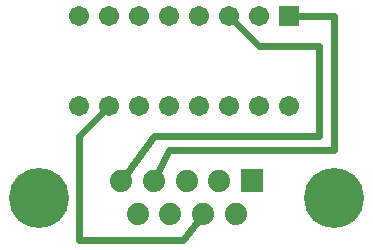
<source format=gtl>
G04 MADE WITH FRITZING*
G04 WWW.FRITZING.ORG*
G04 DOUBLE SIDED*
G04 HOLES PLATED*
G04 CONTOUR ON CENTER OF CONTOUR VECTOR*
%ASAXBY*%
%FSLAX23Y23*%
%MOIN*%
%OFA0B0*%
%SFA1.0B1.0*%
%ADD10C,0.074000*%
%ADD11C,0.200000*%
%ADD12C,0.067559*%
%ADD13R,0.067559X0.067559*%
%ADD14C,0.024000*%
%ADD15R,0.001000X0.001000*%
%LNCOPPER1*%
G90*
G70*
G54D10*
X844Y226D03*
X735Y226D03*
X626Y226D03*
X517Y226D03*
X407Y226D03*
X789Y114D03*
X680Y114D03*
X571Y114D03*
X462Y114D03*
G54D11*
X1118Y170D03*
X133Y170D03*
G54D10*
X844Y226D03*
X735Y226D03*
X626Y226D03*
X517Y226D03*
X407Y226D03*
X789Y114D03*
X680Y114D03*
X571Y114D03*
X462Y114D03*
G54D11*
X1118Y170D03*
X133Y170D03*
G54D12*
X967Y776D03*
X967Y476D03*
X867Y776D03*
X867Y476D03*
X767Y776D03*
X767Y476D03*
X667Y776D03*
X667Y476D03*
X567Y776D03*
X567Y476D03*
X467Y776D03*
X467Y476D03*
X367Y776D03*
X367Y476D03*
X267Y776D03*
X267Y476D03*
G54D13*
X966Y776D03*
G54D14*
X1117Y775D02*
X991Y776D01*
D02*
X1117Y327D02*
X1117Y775D01*
D02*
X567Y327D02*
X1117Y327D01*
D02*
X530Y254D02*
X567Y327D01*
D02*
X267Y27D02*
X267Y376D01*
D02*
X615Y27D02*
X267Y27D01*
D02*
X267Y376D02*
X349Y459D01*
D02*
X661Y89D02*
X615Y27D01*
D02*
X516Y376D02*
X1066Y376D01*
D02*
X1066Y376D02*
X1066Y676D01*
D02*
X1066Y676D02*
X867Y676D01*
D02*
X867Y676D02*
X784Y759D01*
D02*
X426Y251D02*
X516Y376D01*
G54D15*
X806Y263D02*
X879Y263D01*
X806Y262D02*
X879Y262D01*
X806Y261D02*
X879Y261D01*
X806Y260D02*
X879Y260D01*
X806Y259D02*
X879Y259D01*
X806Y258D02*
X879Y258D01*
X806Y257D02*
X879Y257D01*
X806Y256D02*
X879Y256D01*
X806Y255D02*
X879Y255D01*
X806Y254D02*
X879Y254D01*
X806Y253D02*
X879Y253D01*
X806Y252D02*
X879Y252D01*
X806Y251D02*
X879Y251D01*
X806Y250D02*
X879Y250D01*
X806Y249D02*
X879Y249D01*
X806Y248D02*
X879Y248D01*
X806Y247D02*
X879Y247D01*
X806Y246D02*
X837Y246D01*
X849Y246D02*
X879Y246D01*
X806Y245D02*
X834Y245D01*
X851Y245D02*
X879Y245D01*
X806Y244D02*
X832Y244D01*
X853Y244D02*
X879Y244D01*
X806Y243D02*
X831Y243D01*
X855Y243D02*
X879Y243D01*
X806Y242D02*
X830Y242D01*
X856Y242D02*
X879Y242D01*
X806Y241D02*
X828Y241D01*
X857Y241D02*
X879Y241D01*
X806Y240D02*
X827Y240D01*
X858Y240D02*
X879Y240D01*
X806Y239D02*
X827Y239D01*
X859Y239D02*
X879Y239D01*
X806Y238D02*
X826Y238D01*
X860Y238D02*
X879Y238D01*
X806Y237D02*
X825Y237D01*
X861Y237D02*
X879Y237D01*
X806Y236D02*
X825Y236D01*
X861Y236D02*
X879Y236D01*
X806Y235D02*
X824Y235D01*
X862Y235D02*
X879Y235D01*
X806Y234D02*
X824Y234D01*
X862Y234D02*
X879Y234D01*
X806Y233D02*
X823Y233D01*
X862Y233D02*
X879Y233D01*
X806Y232D02*
X823Y232D01*
X863Y232D02*
X879Y232D01*
X806Y231D02*
X823Y231D01*
X863Y231D02*
X879Y231D01*
X806Y230D02*
X823Y230D01*
X863Y230D02*
X879Y230D01*
X806Y229D02*
X823Y229D01*
X863Y229D02*
X879Y229D01*
X806Y228D02*
X822Y228D01*
X863Y228D02*
X879Y228D01*
X806Y227D02*
X822Y227D01*
X863Y227D02*
X879Y227D01*
X806Y226D02*
X822Y226D01*
X863Y226D02*
X879Y226D01*
X806Y225D02*
X822Y225D01*
X863Y225D02*
X879Y225D01*
X806Y224D02*
X823Y224D01*
X863Y224D02*
X879Y224D01*
X806Y223D02*
X823Y223D01*
X863Y223D02*
X879Y223D01*
X806Y222D02*
X823Y222D01*
X863Y222D02*
X879Y222D01*
X806Y221D02*
X823Y221D01*
X863Y221D02*
X879Y221D01*
X806Y220D02*
X824Y220D01*
X862Y220D02*
X879Y220D01*
X806Y219D02*
X824Y219D01*
X862Y219D02*
X879Y219D01*
X806Y218D02*
X824Y218D01*
X861Y218D02*
X879Y218D01*
X806Y217D02*
X825Y217D01*
X861Y217D02*
X879Y217D01*
X806Y216D02*
X825Y216D01*
X860Y216D02*
X879Y216D01*
X806Y215D02*
X826Y215D01*
X860Y215D02*
X879Y215D01*
X806Y214D02*
X827Y214D01*
X859Y214D02*
X879Y214D01*
X806Y213D02*
X828Y213D01*
X858Y213D02*
X879Y213D01*
X806Y212D02*
X829Y212D01*
X857Y212D02*
X879Y212D01*
X806Y211D02*
X830Y211D01*
X856Y211D02*
X879Y211D01*
X806Y210D02*
X831Y210D01*
X854Y210D02*
X879Y210D01*
X806Y209D02*
X833Y209D01*
X853Y209D02*
X879Y209D01*
X806Y208D02*
X835Y208D01*
X850Y208D02*
X879Y208D01*
X806Y207D02*
X839Y207D01*
X847Y207D02*
X879Y207D01*
X806Y206D02*
X879Y206D01*
X806Y205D02*
X879Y205D01*
X806Y204D02*
X879Y204D01*
X806Y203D02*
X879Y203D01*
X806Y202D02*
X879Y202D01*
X806Y201D02*
X879Y201D01*
X806Y200D02*
X879Y200D01*
X806Y199D02*
X879Y199D01*
X806Y198D02*
X879Y198D01*
X806Y197D02*
X879Y197D01*
X806Y196D02*
X879Y196D01*
X806Y195D02*
X879Y195D01*
X806Y194D02*
X879Y194D01*
X806Y193D02*
X879Y193D01*
X806Y192D02*
X879Y192D01*
X806Y191D02*
X879Y191D01*
X807Y190D02*
X879Y190D01*
D02*
G04 End of Copper1*
M02*
</source>
